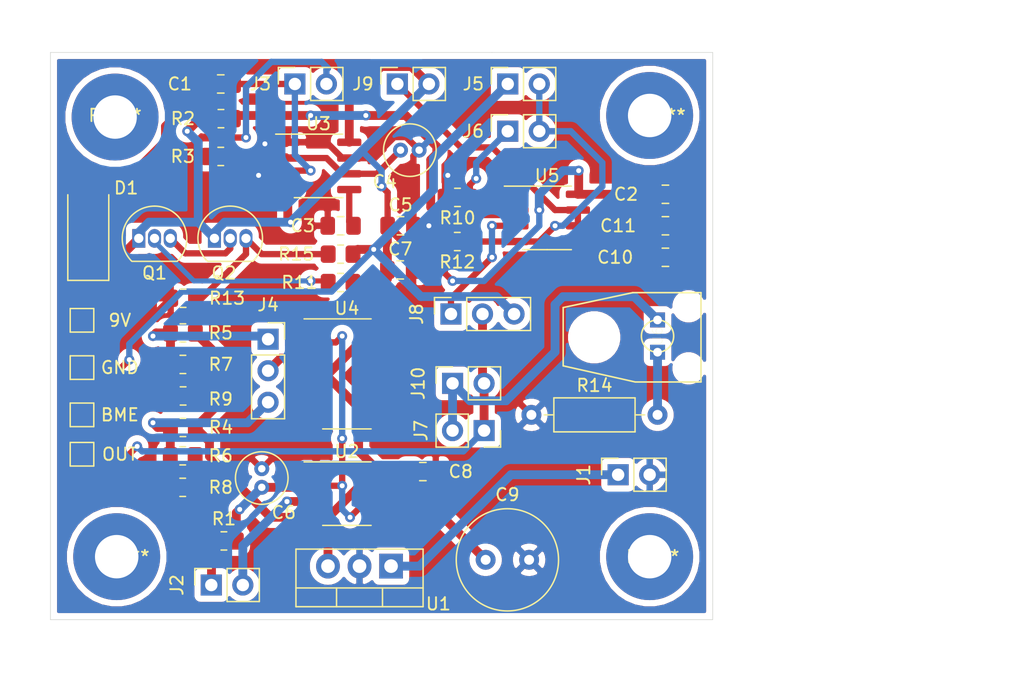
<source format=kicad_pcb>
(kicad_pcb (version 20171130) (host pcbnew "(5.1.9)-1")
  (layers (0 F.Cu signal) (31 B.Cu signal) (34 B.Paste user) (35 F.Paste user) (36 B.SilkS user) (37 F.SilkS user) (38 B.Mask user) (39 F.Mask user) (44 Edge.Cuts user))
  (net 0 "")
  (net 1 +9V)
  (net 2 "Net-(C1-Pad2)")
  (net 3 "Net-(C1-Pad1)")
  (net 4 GND)
  (net 5 "Net-(C3-Pad2)")
  (net 6 "Net-(C4-Pad1)")
  (net 7 "Net-(C6-Pad1)")
  (net 8 "Net-(C10-Pad1)")
  (net 9 "Net-(J1-Pad1)")
  (net 10 "Net-(J2-Pad2)")
  (net 11 "Net-(J2-Pad1)")
  (net 12 "Net-(J3-Pad2)")
  (net 13 "Net-(J4-Pad3)")
  (net 14 "Net-(J4-Pad2)")
  (net 15 "Net-(J4-Pad1)")
  (net 16 "Net-(J5-Pad2)")
  (net 17 BME)
  (net 18 "Net-(J6-Pad1)")
  (net 19 "Net-(J8-Pad1)")
  (net 20 "Net-(Q1-Pad3)")
  (net 21 "Net-(Q1-Pad2)")
  (net 22 "Net-(Q2-Pad3)")
  (net 23 "Net-(R6-Pad1)")
  (net 24 "Net-(R7-Pad2)")
  (net 25 "Net-(R11-Pad1)")
  (net 26 "Net-(R14-Pad2)")
  (net 27 "Net-(U2-Pad7)")
  (net 28 "Net-(U2-Pad5)")
  (net 29 "Net-(C11-Pad2)")
  (net 30 "Net-(J10-Pad1)")
  (net 31 "Net-(J10-Pad2)")
  (module Diode_SMD:D_SMA_Handsoldering (layer F.Cu) (at 175.768 88.9 90)
    (fp_text reference D1 (at 3.048 3.048 180) (layer F.SilkS))
    (fp_text value 1n4007)
    (pad 2 smd rect (at 2.5 0 90) (size 3.5 1.8) (layers F.Cu F.Paste F.Mask) (net 3 "Net-(C1-Pad1)"))
    (pad 1 smd rect (at -2.5 0 90) (size 3.5 1.8) (layers F.Cu F.Paste F.Mask) (net 1 +9V))
  )
  (module TestPoint:TestPoint_Pad_1.5x1.5mm (layer F.Cu) (at 175.26 107.315)
    (fp_text reference OUT (at 3.048 0) (layer F.SilkS))
    (fp_text value OUT)
    (pad 1 smd rect (at 0 0) (size 1.5 1.5) (layers F.Cu F.Mask) (net 31 "Net-(J10-Pad2)"))
  )
  (module TestPoint:TestPoint_Pad_1.5x1.5mm (layer F.Cu) (at 175.26 104.14)
    (fp_text reference BME (at 3.048 0) (layer F.SilkS))
    (fp_text value BME)
    (pad 1 smd rect (at 0 0) (size 1.5 1.5) (layers F.Cu F.Mask) (net 17 BME))
  )
  (module TestPoint:TestPoint_Pad_1.5x1.5mm (layer F.Cu) (at 175.26 96.52)
    (fp_text reference 9V (at 3.048 0) (layer F.SilkS))
    (fp_text value 9V)
    (pad 1 smd rect (at 0 0) (size 1.5 1.5) (layers F.Cu F.Mask) (net 1 +9V))
  )
  (module TestPoint:TestPoint_Pad_1.5x1.5mm (layer F.Cu) (at 175.26 100.33)
    (fp_text reference GND (at 3.048 0) (layer F.SilkS))
    (fp_text value GND)
    (pad 1 smd rect (at 0 0) (size 1.5 1.5) (layers F.Cu F.Mask) (net 4 GND))
  )
  (module Connector_PinSocket_2.54mm:PinSocket_1x02_P2.54mm_Vertical (layer F.Cu) (at 185.674 117.856 90)
    (fp_text reference J2 (at 0 -2.77 90) (layer F.SilkS))
    (fp_text value 100k)
    (pad 2 thru_hole oval (at 0 2.54 90) (size 1.7 1.7) (drill 1) (layers *.Cu *.Mask) (net 10 "Net-(J2-Pad2)"))
    (pad 1 thru_hole rect (at 0 0 90) (size 1.7 1.7) (drill 1) (layers *.Cu *.Mask) (net 11 "Net-(J2-Pad1)"))
  )
  (module MountingHole:MountingHole_3.5mm_Pad (layer F.Cu) (at 220.98 115.57)
    (fp_text reference REF** (at 0.254 0) (layer F.SilkS))
    (fp_text value MountingHole_3.5mm_Pad)
    (pad 1 thru_hole circle (at 0 0) (size 7 7) (drill 3.5) (layers *.Cu *.Mask))
  )
  (module MountingHole:MountingHole_3.5mm_Pad (layer F.Cu) (at 178.054 115.57)
    (fp_text reference REF** (at 0.508 0) (layer F.SilkS))
    (fp_text value MountingHole_3.5mm_Pad)
    (pad 1 thru_hole circle (at 0 0) (size 7 7) (drill 3.5) (layers *.Cu *.Mask))
  )
  (module Connector_PinSocket_2.54mm:PinSocket_1x02_P2.54mm_Vertical (layer F.Cu) (at 192.405 77.47 90)
    (fp_text reference J3 (at 0 -2.77 180) (layer F.SilkS))
    (fp_text value 50k)
    (pad 2 thru_hole oval (at 0 2.54 90) (size 1.7 1.7) (drill 1) (layers *.Cu *.Mask) (net 12 "Net-(J3-Pad2)"))
    (pad 1 thru_hole rect (at 0 0 90) (size 1.7 1.7) (drill 1) (layers *.Cu *.Mask) (net 2 "Net-(C1-Pad2)"))
  )
  (module MountingHole:MountingHole_3.5mm_Pad (layer F.Cu) (at 177.927 80.137)
    (fp_text reference REF** (at 0 -0.127) (layer F.SilkS))
    (fp_text value MountingHole_3.5mm_Pad)
    (pad 1 thru_hole circle (at 0 0) (size 7 7) (drill 3.5) (layers *.Cu *.Mask))
  )
  (module MountingHole:MountingHole_3.5mm_Pad (layer F.Cu) (at 220.98 80.01)
    (fp_text reference REF** (at 0.762 0) (layer F.SilkS))
    (fp_text value MountingHole_3.5mm_Pad)
    (pad 1 thru_hole circle (at 0 0) (size 7 7) (drill 3.5) (layers *.Cu *.Mask))
  )
  (module myfootprints:OPTO-TRANSMITTER (layer F.Cu) (at 221.615 97.79 270)
    (fp_text reference U6 (at 0 0 90) (layer F.SilkS) (effects (font (size 0.787402 0.787402) (thickness 0.015))))
    (fp_text value IFE91A)
    (pad None np_thru_hole circle (at 0.1 5.1 270) (size 3.2 3.2) (drill 3.2) (layers *.Cu *.Mask))
    (pad None np_thru_hole circle (at 2.6 -2.5 270) (size 1.6 1.6) (drill 1.6) (layers *.Cu *.Mask))
    (pad None np_thru_hole circle (at -2.4 -2.5 270) (size 1.6 1.6) (drill 1.6) (layers *.Cu *.Mask))
    (pad P$1 thru_hole rect (at 1.3 0 270) (size 1.208 1.208) (drill 0.7) (layers *.Cu *.Mask) (net 26 "Net-(R14-Pad2)"))
    (pad P$2 thru_hole rect (at -1.3 0 270) (size 1.208 1.208) (drill 0.7) (layers *.Cu *.Mask) (net 30 "Net-(J10-Pad1)"))
  )
  (module Package_SO:SOIC-8_3.9x4.9mm_P1.27mm (layer F.Cu) (at 212.725 88.265)
    (fp_text reference U5 (at 0 -3.4) (layer F.SilkS))
    (fp_text value NE555D)
    (pad 8 smd roundrect (at 2.475 -1.905) (size 1.95 0.6) (layers F.Cu F.Paste F.Mask) (net 1 +9V))
    (pad 7 smd roundrect (at 2.475 -0.635) (size 1.95 0.6) (layers F.Cu F.Paste F.Mask) (net 29 "Net-(C11-Pad2)"))
    (pad 6 smd roundrect (at 2.475 0.635) (size 1.95 0.6) (layers F.Cu F.Paste F.Mask) (net 29 "Net-(C11-Pad2)"))
    (pad 5 smd roundrect (at 2.475 1.905) (size 1.95 0.6) (layers F.Cu F.Paste F.Mask) (net 8 "Net-(C10-Pad1)"))
    (pad 4 smd roundrect (at -2.475 1.905) (size 1.95 0.6) (layers F.Cu F.Paste F.Mask) (net 16 "Net-(J5-Pad2)"))
    (pad 3 smd roundrect (at -2.475 0.635) (size 1.95 0.6) (layers F.Cu F.Paste F.Mask) (net 19 "Net-(J8-Pad1)"))
    (pad 2 smd roundrect (at -2.475 -0.635) (size 1.95 0.6) (layers F.Cu F.Paste F.Mask) (net 3 "Net-(C1-Pad1)"))
    (pad 1 smd roundrect (at -2.475 -1.905) (size 1.95 0.6) (layers F.Cu F.Paste F.Mask) (net 4 GND))
  )
  (module Package_SO:SOIC-14_3.9x8.7mm_P1.27mm (layer F.Cu) (at 196.596 100.838)
    (fp_text reference U4 (at 0 -5.28) (layer F.SilkS))
    (fp_text value LM324)
    (pad 14 smd roundrect (at 2.475 -3.81) (size 1.95 0.6) (layers F.Cu F.Paste F.Mask))
    (pad 13 smd roundrect (at 2.475 -2.54) (size 1.95 0.6) (layers F.Cu F.Paste F.Mask))
    (pad 12 smd roundrect (at 2.475 -1.27) (size 1.95 0.6) (layers F.Cu F.Paste F.Mask))
    (pad 11 smd roundrect (at 2.475 0) (size 1.95 0.6) (layers F.Cu F.Paste F.Mask) (net 4 GND))
    (pad 10 smd roundrect (at 2.475 1.27) (size 1.95 0.6) (layers F.Cu F.Paste F.Mask))
    (pad 9 smd roundrect (at 2.475 2.54) (size 1.95 0.6) (layers F.Cu F.Paste F.Mask))
    (pad 8 smd roundrect (at 2.475 3.81) (size 1.95 0.6) (layers F.Cu F.Paste F.Mask))
    (pad 7 smd roundrect (at -2.475 3.81) (size 1.95 0.6) (layers F.Cu F.Paste F.Mask))
    (pad 6 smd roundrect (at -2.475 2.54) (size 1.95 0.6) (layers F.Cu F.Paste F.Mask))
    (pad 5 smd roundrect (at -2.475 1.27) (size 1.95 0.6) (layers F.Cu F.Paste F.Mask))
    (pad 4 smd roundrect (at -2.475 0) (size 1.95 0.6) (layers F.Cu F.Paste F.Mask) (net 1 +9V))
    (pad 3 smd roundrect (at -2.475 -1.27) (size 1.95 0.6) (layers F.Cu F.Paste F.Mask) (net 14 "Net-(J4-Pad2)"))
    (pad 2 smd roundrect (at -2.475 -2.54) (size 1.95 0.6) (layers F.Cu F.Paste F.Mask) (net 7 "Net-(C6-Pad1)"))
    (pad 1 smd roundrect (at -2.475 -3.81) (size 1.95 0.6) (layers F.Cu F.Paste F.Mask) (net 25 "Net-(R11-Pad1)"))
  )
  (module Package_SO:SOIC-8_3.9x4.9mm_P1.27mm (layer F.Cu) (at 194.31 84.074)
    (fp_text reference U3 (at 0 -3.4) (layer F.SilkS))
    (fp_text value NE555D)
    (pad 8 smd roundrect (at 2.475 -1.905) (size 1.95 0.6) (layers F.Cu F.Paste F.Mask) (net 1 +9V))
    (pad 7 smd roundrect (at 2.475 -0.635) (size 1.95 0.6) (layers F.Cu F.Paste F.Mask) (net 4 GND))
    (pad 6 smd roundrect (at 2.475 0.635) (size 1.95 0.6) (layers F.Cu F.Paste F.Mask) (net 6 "Net-(C4-Pad1)"))
    (pad 5 smd roundrect (at 2.475 1.905) (size 1.95 0.6) (layers F.Cu F.Paste F.Mask) (net 5 "Net-(C3-Pad2)"))
    (pad 4 smd roundrect (at -2.475 1.905) (size 1.95 0.6) (layers F.Cu F.Paste F.Mask) (net 1 +9V))
    (pad 3 smd roundrect (at -2.475 0.635) (size 1.95 0.6) (layers F.Cu F.Paste F.Mask) (net 2 "Net-(C1-Pad2)"))
    (pad 2 smd roundrect (at -2.475 -0.635) (size 1.95 0.6) (layers F.Cu F.Paste F.Mask) (net 6 "Net-(C4-Pad1)"))
    (pad 1 smd roundrect (at -2.475 -1.905) (size 1.95 0.6) (layers F.Cu F.Paste F.Mask) (net 4 GND))
  )
  (module Package_SO:SOIC-8_3.9x4.9mm_P1.27mm (layer F.Cu) (at 196.596 110.49)
    (fp_text reference U2 (at 0 -3.4) (layer F.SilkS))
    (fp_text value NE555D)
    (pad 8 smd roundrect (at 2.475 -1.905) (size 1.95 0.6) (layers F.Cu F.Paste F.Mask) (net 1 +9V))
    (pad 7 smd roundrect (at 2.475 -0.635) (size 1.95 0.6) (layers F.Cu F.Paste F.Mask) (net 27 "Net-(U2-Pad7)"))
    (pad 6 smd roundrect (at 2.475 0.635) (size 1.95 0.6) (layers F.Cu F.Paste F.Mask) (net 7 "Net-(C6-Pad1)"))
    (pad 5 smd roundrect (at 2.475 1.905) (size 1.95 0.6) (layers F.Cu F.Paste F.Mask) (net 28 "Net-(U2-Pad5)"))
    (pad 4 smd roundrect (at -2.475 1.905) (size 1.95 0.6) (layers F.Cu F.Paste F.Mask) (net 1 +9V))
    (pad 3 smd roundrect (at -2.475 0.635) (size 1.95 0.6) (layers F.Cu F.Paste F.Mask) (net 10 "Net-(J2-Pad2)"))
    (pad 2 smd roundrect (at -2.475 -0.635) (size 1.95 0.6) (layers F.Cu F.Paste F.Mask) (net 7 "Net-(C6-Pad1)"))
    (pad 1 smd roundrect (at -2.475 -1.905) (size 1.95 0.6) (layers F.Cu F.Paste F.Mask) (net 4 GND))
  )
  (module Package_TO_SOT_THT:TO-220-3_Vertical (layer F.Cu) (at 200.152 116.332 180)
    (fp_text reference U1 (at -3.81 -3.048) (layer F.SilkS))
    (fp_text value LM7809_TO220)
    (pad 3 thru_hole oval (at 5.08 0 180) (size 1.905 2) (drill 1.1) (layers *.Cu *.Mask) (net 1 +9V))
    (pad 2 thru_hole oval (at 2.54 0 180) (size 1.905 2) (drill 1.1) (layers *.Cu *.Mask) (net 4 GND))
    (pad 1 thru_hole rect (at 0 0 180) (size 1.905 2) (drill 1.1) (layers *.Cu *.Mask) (net 9 "Net-(J1-Pad1)"))
  )
  (module Resistor_SMD:R_0805_2012Metric_Pad1.20x1.40mm_HandSolder (layer F.Cu) (at 196.088 91.186)
    (fp_text reference R15 (at -3.572 0) (layer F.SilkS))
    (fp_text value 1k)
    (pad 2 smd roundrect (at 1 0) (size 1.2 1.4) (layers F.Cu F.Paste F.Mask) (roundrect_rratio 0.2083325) (net 17 BME))
    (pad 1 smd roundrect (at -1 0) (size 1.2 1.4) (layers F.Cu F.Paste F.Mask) (roundrect_rratio 0.2083325) (net 22 "Net-(Q2-Pad3)"))
  )
  (module Resistor_THT:R_Axial_DIN0207_L6.3mm_D2.5mm_P10.16mm_Horizontal (layer F.Cu) (at 211.455 104.14)
    (fp_text reference R14 (at 5.08 -2.37) (layer F.SilkS))
    (fp_text value R)
    (pad 2 thru_hole oval (at 10.16 0) (size 1.6 1.6) (drill 0.8) (layers *.Cu *.Mask) (net 26 "Net-(R14-Pad2)"))
    (pad 1 thru_hole circle (at 0 0) (size 1.6 1.6) (drill 0.8) (layers *.Cu *.Mask) (net 4 GND))
  )
  (module Resistor_SMD:R_0805_2012Metric_Pad1.20x1.40mm_HandSolder (layer F.Cu) (at 183.404 94.742)
    (fp_text reference R13 (at 3.54 0) (layer F.SilkS))
    (fp_text value 22k)
    (pad 2 smd roundrect (at 1 0) (size 1.2 1.4) (layers F.Cu F.Paste F.Mask) (roundrect_rratio 0.2083325) (net 22 "Net-(Q2-Pad3)"))
    (pad 1 smd roundrect (at -1 0) (size 1.2 1.4) (layers F.Cu F.Paste F.Mask) (roundrect_rratio 0.2083325) (net 4 GND))
  )
  (module Resistor_SMD:R_0805_2012Metric_Pad1.20x1.40mm_HandSolder (layer F.Cu) (at 205.486 90.17 180)
    (fp_text reference R12 (at 0 -1.65) (layer F.SilkS))
    (fp_text value 100k)
    (pad 2 smd roundrect (at 1 0 180) (size 1.2 1.4) (layers F.Cu F.Paste F.Mask) (roundrect_rratio 0.2083325) (net 1 +9V))
    (pad 1 smd roundrect (at -1 0 180) (size 1.2 1.4) (layers F.Cu F.Paste F.Mask) (roundrect_rratio 0.2083325) (net 16 "Net-(J5-Pad2)"))
  )
  (module Resistor_SMD:R_0805_2012Metric_Pad1.20x1.40mm_HandSolder (layer F.Cu) (at 196.088 93.472 180)
    (fp_text reference R11 (at 3.318 0) (layer F.SilkS))
    (fp_text value 100R)
    (pad 2 smd roundrect (at 1 0 180) (size 1.2 1.4) (layers F.Cu F.Paste F.Mask) (roundrect_rratio 0.2083325) (net 21 "Net-(Q1-Pad2)"))
    (pad 1 smd roundrect (at -1 0 180) (size 1.2 1.4) (layers F.Cu F.Paste F.Mask) (roundrect_rratio 0.2083325) (net 25 "Net-(R11-Pad1)"))
  )
  (module Resistor_SMD:R_0805_2012Metric_Pad1.20x1.40mm_HandSolder (layer F.Cu) (at 205.502 86.614 180)
    (fp_text reference R10 (at 0 -1.65) (layer F.SilkS))
    (fp_text value 1k)
    (pad 2 smd roundrect (at 1 0 180) (size 1.2 1.4) (layers F.Cu F.Paste F.Mask) (roundrect_rratio 0.2083325) (net 4 GND))
    (pad 1 smd roundrect (at -1 0 180) (size 1.2 1.4) (layers F.Cu F.Paste F.Mask) (roundrect_rratio 0.2083325) (net 18 "Net-(J6-Pad1)"))
  )
  (module Resistor_SMD:R_0805_2012Metric_Pad1.20x1.40mm_HandSolder (layer F.Cu) (at 183.404 102.616)
    (fp_text reference R9 (at 3.032 0.254) (layer F.SilkS))
    (fp_text value 100R)
    (pad 2 smd roundrect (at 1 0) (size 1.2 1.4) (layers F.Cu F.Paste F.Mask) (roundrect_rratio 0.2083325) (net 24 "Net-(R7-Pad2)"))
    (pad 1 smd roundrect (at -1 0) (size 1.2 1.4) (layers F.Cu F.Paste F.Mask) (roundrect_rratio 0.2083325) (net 4 GND))
  )
  (module Resistor_SMD:R_0805_2012Metric_Pad1.20x1.40mm_HandSolder (layer F.Cu) (at 183.372 109.982 180)
    (fp_text reference R8 (at -3.064 0) (layer F.SilkS))
    (fp_text value 1k)
    (pad 2 smd roundrect (at 1 0 180) (size 1.2 1.4) (layers F.Cu F.Paste F.Mask) (roundrect_rratio 0.2083325) (net 4 GND))
    (pad 1 smd roundrect (at -1 0 180) (size 1.2 1.4) (layers F.Cu F.Paste F.Mask) (roundrect_rratio 0.2083325) (net 23 "Net-(R6-Pad1)"))
  )
  (module Resistor_SMD:R_0805_2012Metric_Pad1.20x1.40mm_HandSolder (layer F.Cu) (at 183.388 100.076)
    (fp_text reference R7 (at 3.048 0) (layer F.SilkS))
    (fp_text value 1k)
    (pad 2 smd roundrect (at 1 0) (size 1.2 1.4) (layers F.Cu F.Paste F.Mask) (roundrect_rratio 0.2083325) (net 24 "Net-(R7-Pad2)"))
    (pad 1 smd roundrect (at -1 0) (size 1.2 1.4) (layers F.Cu F.Paste F.Mask) (roundrect_rratio 0.2083325) (net 15 "Net-(J4-Pad1)"))
  )
  (module Resistor_SMD:R_0805_2012Metric_Pad1.20x1.40mm_HandSolder (layer F.Cu) (at 183.372 107.442 180)
    (fp_text reference R6 (at -3.064 0) (layer F.SilkS))
    (fp_text value 1k)
    (pad 2 smd roundrect (at 1 0 180) (size 1.2 1.4) (layers F.Cu F.Paste F.Mask) (roundrect_rratio 0.2083325) (net 13 "Net-(J4-Pad3)"))
    (pad 1 smd roundrect (at -1 0 180) (size 1.2 1.4) (layers F.Cu F.Paste F.Mask) (roundrect_rratio 0.2083325) (net 23 "Net-(R6-Pad1)"))
  )
  (module Resistor_SMD:R_0805_2012Metric_Pad1.20x1.40mm_HandSolder (layer F.Cu) (at 183.388 97.536)
    (fp_text reference R5 (at 3.048 0) (layer F.SilkS))
    (fp_text value 2.2k)
    (pad 2 smd roundrect (at 1 0) (size 1.2 1.4) (layers F.Cu F.Paste F.Mask) (roundrect_rratio 0.2083325) (net 1 +9V))
    (pad 1 smd roundrect (at -1 0) (size 1.2 1.4) (layers F.Cu F.Paste F.Mask) (roundrect_rratio 0.2083325) (net 15 "Net-(J4-Pad1)"))
  )
  (module Resistor_SMD:R_0805_2012Metric_Pad1.20x1.40mm_HandSolder (layer F.Cu) (at 183.388 105.156 180)
    (fp_text reference R4 (at -3.064 0) (layer F.SilkS))
    (fp_text value 3.3k)
    (pad 2 smd roundrect (at 1 0 180) (size 1.2 1.4) (layers F.Cu F.Paste F.Mask) (roundrect_rratio 0.2083325) (net 13 "Net-(J4-Pad3)"))
    (pad 1 smd roundrect (at -1 0 180) (size 1.2 1.4) (layers F.Cu F.Paste F.Mask) (roundrect_rratio 0.2083325) (net 1 +9V))
  )
  (module Resistor_SMD:R_0805_2012Metric_Pad1.20x1.40mm_HandSolder (layer F.Cu) (at 186.436 83.312)
    (fp_text reference R3 (at -3.064 0) (layer F.SilkS))
    (fp_text value 6.8k)
    (pad 2 smd roundrect (at 1 0) (size 1.2 1.4) (layers F.Cu F.Paste F.Mask) (roundrect_rratio 0.2083325) (net 6 "Net-(C4-Pad1)"))
    (pad 1 smd roundrect (at -1 0) (size 1.2 1.4) (layers F.Cu F.Paste F.Mask) (roundrect_rratio 0.2083325) (net 12 "Net-(J3-Pad2)"))
  )
  (module Resistor_SMD:R_0805_2012Metric_Pad1.20x1.40mm_HandSolder (layer F.Cu) (at 186.452 80.264)
    (fp_text reference R2 (at -3.064 0) (layer F.SilkS))
    (fp_text value 1k)
    (pad 2 smd roundrect (at 1 0) (size 1.2 1.4) (layers F.Cu F.Paste F.Mask) (roundrect_rratio 0.2083325) (net 3 "Net-(C1-Pad1)"))
    (pad 1 smd roundrect (at -1 0) (size 1.2 1.4) (layers F.Cu F.Paste F.Mask) (roundrect_rratio 0.2083325) (net 1 +9V))
  )
  (module Resistor_SMD:R_0805_2012Metric_Pad1.20x1.40mm_HandSolder (layer F.Cu) (at 186.69 114.3 180)
    (fp_text reference R1 (at 0 1.778) (layer F.SilkS))
    (fp_text value 4.7k)
    (pad 2 smd roundrect (at 1 0 180) (size 1.2 1.4) (layers F.Cu F.Paste F.Mask) (roundrect_rratio 0.2083325) (net 11 "Net-(J2-Pad1)"))
    (pad 1 smd roundrect (at -1 0 180) (size 1.2 1.4) (layers F.Cu F.Paste F.Mask) (roundrect_rratio 0.2083325) (net 7 "Net-(C6-Pad1)"))
  )
  (module Package_TO_SOT_THT:TO-92_Inline (layer F.Cu) (at 185.928 89.916)
    (fp_text reference Q2 (at 0.762 2.794) (layer F.SilkS))
    (fp_text value BC337)
    (pad 1 thru_hole rect (at 0 0) (size 1.05 1.5) (drill 0.75) (layers *.Cu *.Mask) (net 1 +9V))
    (pad 3 thru_hole oval (at 2.54 0) (size 1.05 1.5) (drill 0.75) (layers *.Cu *.Mask) (net 22 "Net-(Q2-Pad3)"))
    (pad 2 thru_hole oval (at 1.27 0) (size 1.05 1.5) (drill 0.75) (layers *.Cu *.Mask) (net 20 "Net-(Q1-Pad3)"))
  )
  (module Package_TO_SOT_THT:TO-92_Inline (layer F.Cu) (at 179.832 89.916)
    (fp_text reference Q1 (at 1.27 2.794) (layer F.SilkS))
    (fp_text value BC337)
    (pad 1 thru_hole rect (at 0 0) (size 1.05 1.5) (drill 0.75) (layers *.Cu *.Mask) (net 1 +9V))
    (pad 3 thru_hole oval (at 2.54 0) (size 1.05 1.5) (drill 0.75) (layers *.Cu *.Mask) (net 20 "Net-(Q1-Pad3)"))
    (pad 2 thru_hole oval (at 1.27 0) (size 1.05 1.5) (drill 0.75) (layers *.Cu *.Mask) (net 21 "Net-(Q1-Pad2)"))
  )
  (module Connector_PinSocket_2.54mm:PinSocket_1x02_P2.54mm_Vertical (layer F.Cu) (at 205.105 101.6 90)
    (fp_text reference J10 (at 0 -2.77 90) (layer F.SilkS))
    (fp_text value BUTTON)
    (pad 2 thru_hole oval (at 0 2.54 90) (size 1.7 1.7) (drill 1) (layers *.Cu *.Mask) (net 31 "Net-(J10-Pad2)"))
    (pad 1 thru_hole rect (at 0 0 90) (size 1.7 1.7) (drill 1) (layers *.Cu *.Mask) (net 30 "Net-(J10-Pad1)"))
  )
  (module Connector_PinSocket_2.54mm:PinSocket_1x03_P2.54mm_Vertical (layer F.Cu) (at 204.978 96.012 90)
    (fp_text reference J8 (at 0 -2.77 90) (layer F.SilkS))
    (fp_text value SW)
    (pad 3 thru_hole oval (at 0 5.08 90) (size 1.7 1.7) (drill 1) (layers *.Cu *.Mask) (net 17 BME))
    (pad 2 thru_hole oval (at 0 2.54 90) (size 1.7 1.7) (drill 1) (layers *.Cu *.Mask) (net 31 "Net-(J10-Pad2)"))
    (pad 1 thru_hole rect (at 0 0 90) (size 1.7 1.7) (drill 1) (layers *.Cu *.Mask) (net 19 "Net-(J8-Pad1)"))
  )
  (module Connector_PinSocket_2.54mm:PinSocket_1x02_P2.54mm_Vertical (layer F.Cu) (at 207.645 105.41 270)
    (fp_text reference J7 (at 0 5.08 90) (layer F.SilkS))
    (fp_text value SW)
    (pad 2 thru_hole oval (at 0 2.54 270) (size 1.7 1.7) (drill 1) (layers *.Cu *.Mask) (net 30 "Net-(J10-Pad1)"))
    (pad 1 thru_hole rect (at 0 0 270) (size 1.7 1.7) (drill 1) (layers *.Cu *.Mask) (net 31 "Net-(J10-Pad2)"))
  )
  (module Connector_PinSocket_2.54mm:PinSocket_1x02_P2.54mm_Vertical (layer F.Cu) (at 209.55 81.28 90)
    (fp_text reference J6 (at 0 -2.77 180) (layer F.SilkS))
    (fp_text value Conn_01x02_Male)
    (pad 2 thru_hole oval (at 0 2.54 90) (size 1.7 1.7) (drill 1) (layers *.Cu *.Mask) (net 16 "Net-(J5-Pad2)"))
    (pad 1 thru_hole rect (at 0 0 90) (size 1.7 1.7) (drill 1) (layers *.Cu *.Mask) (net 18 "Net-(J6-Pad1)"))
  )
  (module Connector_PinSocket_2.54mm:PinSocket_1x02_P2.54mm_Vertical (layer F.Cu) (at 209.55 77.47 90)
    (fp_text reference J5 (at 0 -2.77 180) (layer F.SilkS))
    (fp_text value Conn_01x02_Male)
    (pad 2 thru_hole oval (at 0 2.54 90) (size 1.7 1.7) (drill 1) (layers *.Cu *.Mask) (net 16 "Net-(J5-Pad2)"))
    (pad 1 thru_hole rect (at 0 0 90) (size 1.7 1.7) (drill 1) (layers *.Cu *.Mask) (net 17 BME))
  )
  (module Connector_PinSocket_2.54mm:PinSocket_1x03_P2.54mm_Vertical (layer F.Cu) (at 190.246 98.044)
    (fp_text reference J4 (at 0 -2.77) (layer F.SilkS))
    (fp_text value Conn_01x03_Male)
    (pad 3 thru_hole oval (at 0 5.08) (size 1.7 1.7) (drill 1) (layers *.Cu *.Mask) (net 13 "Net-(J4-Pad3)"))
    (pad 2 thru_hole oval (at 0 2.54) (size 1.7 1.7) (drill 1) (layers *.Cu *.Mask) (net 14 "Net-(J4-Pad2)"))
    (pad 1 thru_hole rect (at 0 0) (size 1.7 1.7) (drill 1) (layers *.Cu *.Mask) (net 15 "Net-(J4-Pad1)"))
  )
  (module Connector_PinSocket_2.54mm:PinSocket_1x02_P2.54mm_Vertical (layer F.Cu) (at 218.44 108.966 90)
    (fp_text reference J1 (at 0 -2.77 90) (layer F.SilkS))
    (fp_text value POWER)
    (pad 2 thru_hole oval (at 0 2.54 90) (size 1.7 1.7) (drill 1) (layers *.Cu *.Mask) (net 4 GND))
    (pad 1 thru_hole rect (at 0 0 90) (size 1.7 1.7) (drill 1) (layers *.Cu *.Mask) (net 9 "Net-(J1-Pad1)"))
  )
  (module Capacitor_SMD:C_0805_2012Metric_Pad1.18x1.45mm_HandSolder (layer F.Cu) (at 222.25 88.9 180)
    (fp_text reference C11 (at 3.81 0) (layer F.SilkS))
    (fp_text value 47nF)
    (pad 2 smd roundrect (at 1.0375 0 180) (size 1.175 1.45) (layers F.Cu F.Paste F.Mask) (roundrect_rratio 0.2127659574468085) (net 29 "Net-(C11-Pad2)"))
    (pad 1 smd roundrect (at -1.0375 0 180) (size 1.175 1.45) (layers F.Cu F.Paste F.Mask) (roundrect_rratio 0.2127659574468085) (net 4 GND))
  )
  (module Capacitor_SMD:C_0805_2012Metric_Pad1.18x1.45mm_HandSolder (layer F.Cu) (at 222.25 91.44)
    (fp_text reference C10 (at -4.0425 0) (layer F.SilkS))
    (fp_text value 100nF)
    (pad 2 smd roundrect (at 1.0375 0) (size 1.175 1.45) (layers F.Cu F.Paste F.Mask) (roundrect_rratio 0.2127659574468085) (net 4 GND))
    (pad 1 smd roundrect (at -1.0375 0) (size 1.175 1.45) (layers F.Cu F.Paste F.Mask) (roundrect_rratio 0.2127659574468085) (net 8 "Net-(C10-Pad1)"))
  )
  (module Capacitor_THT:C_Radial_D8.0mm_H11.5mm_P3.50mm (layer F.Cu) (at 207.772 115.824)
    (fp_text reference C9 (at 1.75 -5.25) (layer F.SilkS))
    (fp_text value 100uF)
    (pad 2 thru_hole circle (at 3.5 0) (size 1.6 1.6) (drill 0.8) (layers *.Cu *.Mask) (net 4 GND))
    (pad 1 thru_hole circle (at 0 0) (size 1.6 1.6) (drill 0.8) (layers *.Cu *.Mask) (net 1 +9V))
  )
  (module Capacitor_SMD:C_0805_2012Metric_Pad1.18x1.45mm_HandSolder (layer F.Cu) (at 202.7135 108.712)
    (fp_text reference C8 (at 3.048 0) (layer F.SilkS))
    (fp_text value 100nF)
    (pad 2 smd roundrect (at 1.0375 0) (size 1.175 1.45) (layers F.Cu F.Paste F.Mask) (roundrect_rratio 0.2127659574468085) (net 4 GND))
    (pad 1 smd roundrect (at -1.0375 0) (size 1.175 1.45) (layers F.Cu F.Paste F.Mask) (roundrect_rratio 0.2127659574468085) (net 1 +9V))
  )
  (module Capacitor_SMD:C_0805_2012Metric_Pad1.18x1.45mm_HandSolder (layer F.Cu) (at 200.8925 92.456)
    (fp_text reference C7 (at 0 -1.68) (layer F.SilkS))
    (fp_text value 100nF)
    (pad 2 smd roundrect (at 1.0375 0) (size 1.175 1.45) (layers F.Cu F.Paste F.Mask) (roundrect_rratio 0.2127659574468085) (net 4 GND))
    (pad 1 smd roundrect (at -1.0375 0) (size 1.175 1.45) (layers F.Cu F.Paste F.Mask) (roundrect_rratio 0.2127659574468085) (net 1 +9V))
  )
  (module Capacitor_THT:C_Radial_D4.0mm_H7.0mm_P1.50mm (layer F.Cu) (at 189.738 109.982 90)
    (fp_text reference C6 (at -2.032 1.778 180) (layer F.SilkS))
    (fp_text value 33uF)
    (pad 2 thru_hole circle (at 1.5 0 90) (size 1.2 1.2) (drill 0.6) (layers *.Cu *.Mask) (net 4 GND))
    (pad 1 thru_hole circle (at 0 0 90) (size 1.2 1.2) (drill 0.6) (layers *.Cu *.Mask) (net 7 "Net-(C6-Pad1)"))
  )
  (module Capacitor_SMD:C_0805_2012Metric_Pad1.18x1.45mm_HandSolder (layer F.Cu) (at 200.914 88.9)
    (fp_text reference C5 (at 0 -1.68) (layer F.SilkS))
    (fp_text value 100nF)
    (pad 2 smd roundrect (at 1.0375 0) (size 1.175 1.45) (layers F.Cu F.Paste F.Mask) (roundrect_rratio 0.2127659574468085) (net 4 GND))
    (pad 1 smd roundrect (at -1.0375 0) (size 1.175 1.45) (layers F.Cu F.Paste F.Mask) (roundrect_rratio 0.2127659574468085) (net 1 +9V))
  )
  (module Capacitor_THT:C_Radial_D4.0mm_H7.0mm_P1.50mm (layer F.Cu) (at 200.914 82.804)
    (fp_text reference C4 (at -1.27 2.54) (layer F.SilkS))
    (fp_text value 1uF)
    (pad 2 thru_hole circle (at 1.5 0) (size 1.2 1.2) (drill 0.6) (layers *.Cu *.Mask) (net 4 GND))
    (pad 1 thru_hole circle (at 0 0) (size 1.2 1.2) (drill 0.6) (layers *.Cu *.Mask) (net 6 "Net-(C4-Pad1)"))
  )
  (module Capacitor_SMD:C_0805_2012Metric_Pad1.18x1.45mm_HandSolder (layer F.Cu) (at 196.088 88.9)
    (fp_text reference C3 (at -3.048 0) (layer F.SilkS))
    (fp_text value 10nF)
    (pad 2 smd roundrect (at 1.0375 0) (size 1.175 1.45) (layers F.Cu F.Paste F.Mask) (roundrect_rratio 0.2127659574468085) (net 5 "Net-(C3-Pad2)"))
    (pad 1 smd roundrect (at -1.0375 0) (size 1.175 1.45) (layers F.Cu F.Paste F.Mask) (roundrect_rratio 0.2127659574468085) (net 4 GND))
  )
  (module Capacitor_SMD:C_0805_2012Metric_Pad1.18x1.45mm_HandSolder (layer F.Cu) (at 222.25 86.36)
    (fp_text reference C2 (at -3.175 0) (layer F.SilkS))
    (fp_text value 100nF)
    (pad 2 smd roundrect (at 1.0375 0) (size 1.175 1.45) (layers F.Cu F.Paste F.Mask) (roundrect_rratio 0.2127659574468085) (net 4 GND))
    (pad 1 smd roundrect (at -1.0375 0) (size 1.175 1.45) (layers F.Cu F.Paste F.Mask) (roundrect_rratio 0.2127659574468085) (net 1 +9V))
  )
  (module Capacitor_SMD:C_0805_2012Metric_Pad1.18x1.45mm_HandSolder (layer F.Cu) (at 186.436 77.47)
    (fp_text reference C1 (at -3.302 0) (layer F.SilkS))
    (fp_text value 10nF)
    (pad 2 smd roundrect (at 1.0375 0) (size 1.175 1.45) (layers F.Cu F.Paste F.Mask) (roundrect_rratio 0.2127659574468085) (net 2 "Net-(C1-Pad2)"))
    (pad 1 smd roundrect (at -1.0375 0) (size 1.175 1.45) (layers F.Cu F.Paste F.Mask) (roundrect_rratio 0.2127659574468085) (net 3 "Net-(C1-Pad1)"))
  )
  (module Connector_PinSocket_2.54mm:PinSocket_1x02_P2.54mm_Vertical (layer F.Cu) (at 200.66 77.47 90)
    (fp_text reference J9 (at 0 -2.77 180) (layer F.SilkS))
    (fp_text value 5k)
    (pad 2 thru_hole oval (at 0 2.54 90) (size 1.7 1.7) (drill 1) (layers *.Cu *.Mask) (net 1 +9V))
    (pad 1 thru_hole rect (at 0 0 90) (size 1.7 1.7) (drill 1) (layers *.Cu *.Mask) (net 29 "Net-(C11-Pad2)"))
  )
  (gr_line (start 172.72 120.65) (end 226.06 120.65) (layer Edge.Cuts) (width 0.05))
  (gr_line (start 172.72 74.93) (end 172.72 120.65) (layer Edge.Cuts) (width 0.05))
  (gr_line (start 208.28 74.93) (end 172.72 74.93) (layer Edge.Cuts) (width 0.05))
  (gr_line (start 226.06 109.22) (end 226.06 107.95) (layer Edge.Cuts) (width 0.05))
  (gr_line (start 226.06 119.38) (end 226.06 120.65) (layer Edge.Cuts) (width 0.05))
  (gr_line (start 226.06 109.22) (end 226.06 119.38) (layer Edge.Cuts) (width 0.05))
  (gr_line (start 226.06 107.95) (end 226.06 74.93) (layer Edge.Cuts) (width 0.05))
  (gr_line (start 208.28 74.93) (end 226.06 74.93) (layer Edge.Cuts) (width 0.05))
  (segment (start 199.8765 88.9) (end 199.8765 86.2115) (width 0.508) (layer F.Cu) (net 1))
  (segment (start 199.8765 86.2115) (end 199.39 85.725) (width 0.508) (layer F.Cu) (net 1))
  (segment (start 199.39 85.725) (end 199.39 85.725) (width 0.508) (layer F.Cu) (net 1))
  (via (at 199.39 85.725) (size 0.8) (drill 0.4) (layers F.Cu B.Cu) (net 1))
  (segment (start 195.072 113.346) (end 194.121 112.395) (width 0.7112) (layer F.Cu) (net 1))
  (segment (start 195.072 116.332) (end 195.072 113.346) (width 0.7112) (layer F.Cu) (net 1))
  (segment (start 198.096 108.585) (end 199.071 108.585) (width 0.7112) (layer F.Cu) (net 1))
  (segment (start 197.54039 109.14061) (end 198.096 108.585) (width 0.7112) (layer F.Cu) (net 1))
  (segment (start 197.54039 109.95061) (end 197.54039 109.14061) (width 0.7112) (layer F.Cu) (net 1))
  (segment (start 195.096 112.395) (end 197.54039 109.95061) (width 0.7112) (layer F.Cu) (net 1))
  (segment (start 194.121 112.395) (end 195.096 112.395) (width 0.7112) (layer F.Cu) (net 1))
  (segment (start 201.549 108.585) (end 201.676 108.712) (width 0.7112) (layer F.Cu) (net 1))
  (segment (start 199.071 108.585) (end 201.549 108.585) (width 0.7112) (layer F.Cu) (net 1))
  (segment (start 201.676 109.728) (end 207.772 115.824) (width 0.7112) (layer F.Cu) (net 1))
  (segment (start 201.676 108.712) (end 201.676 109.728) (width 0.7112) (layer F.Cu) (net 1))
  (segment (start 194.823884 100.838) (end 194.121 100.838) (width 0.7112) (layer F.Cu) (net 1))
  (segment (start 197.54039 103.554506) (end 194.823884 100.838) (width 0.7112) (layer F.Cu) (net 1))
  (segment (start 197.54039 107.05439) (end 197.54039 103.554506) (width 0.7112) (layer F.Cu) (net 1))
  (segment (start 199.071 108.585) (end 197.54039 107.05439) (width 0.7112) (layer F.Cu) (net 1))
  (segment (start 199.855 93.181) (end 199.855 92.456) (width 0.7112) (layer F.Cu) (net 1))
  (segment (start 197.54039 95.49561) (end 199.855 93.181) (width 0.7112) (layer F.Cu) (net 1))
  (segment (start 197.54039 98.39361) (end 197.54039 95.49561) (width 0.7112) (layer F.Cu) (net 1))
  (segment (start 195.096 100.838) (end 197.54039 98.39361) (width 0.7112) (layer F.Cu) (net 1))
  (segment (start 194.121 100.838) (end 195.096 100.838) (width 0.7112) (layer F.Cu) (net 1))
  (segment (start 204.486 90.17) (end 204.47 90.17) (width 0.7112) (layer F.Cu) (net 1))
  (segment (start 199.855 88.9215) (end 199.8765 88.9) (width 0.7112) (layer F.Cu) (net 1))
  (segment (start 199.855 92.456) (end 199.855 88.9215) (width 0.7112) (layer F.Cu) (net 1))
  (segment (start 204.47539 90.18061) (end 204.486 90.17) (width 0.7112) (layer F.Cu) (net 1))
  (segment (start 201.15711 90.18061) (end 204.47539 90.18061) (width 0.7112) (layer F.Cu) (net 1))
  (segment (start 199.8765 88.9) (end 201.15711 90.18061) (width 0.7112) (layer F.Cu) (net 1))
  (segment (start 212.09 87.63) (end 212.09 87.63) (width 0.7112) (layer F.Cu) (net 1))
  (via (at 212.09 87.63) (size 0.8) (drill 0.4) (layers F.Cu B.Cu) (net 1))
  (segment (start 212.09 87.63) (end 212.09 86.36) (width 0.7112) (layer B.Cu) (net 1))
  (segment (start 212.09 86.36) (end 213.995 84.455) (width 0.7112) (layer B.Cu) (net 1))
  (segment (start 213.995 84.455) (end 215.265 84.455) (width 0.7112) (layer B.Cu) (net 1))
  (segment (start 215.265 84.455) (end 215.265 84.455) (width 0.7112) (layer B.Cu) (net 1))
  (via (at 215.265 84.455) (size 0.8) (drill 0.4) (layers F.Cu B.Cu) (net 1))
  (segment (start 215.265 86.295) (end 215.2 86.36) (width 0.7112) (layer F.Cu) (net 1))
  (segment (start 215.265 84.455) (end 215.265 86.295) (width 0.7112) (layer F.Cu) (net 1))
  (segment (start 215.2 86.36) (end 221.2125 86.36) (width 0.7112) (layer F.Cu) (net 1))
  (segment (start 185.928 89.432787) (end 185.928 89.916) (width 0.7112) (layer B.Cu) (net 1))
  (segment (start 186.750397 88.61039) (end 185.928 89.432787) (width 0.7112) (layer B.Cu) (net 1))
  (segment (start 192.05961 88.61039) (end 186.750397 88.61039) (width 0.7112) (layer B.Cu) (net 1))
  (segment (start 179.832 89.432787) (end 179.832 89.916) (width 0.7112) (layer B.Cu) (net 1))
  (segment (start 184.62239 88.61039) (end 180.654397 88.61039) (width 0.7112) (layer B.Cu) (net 1))
  (segment (start 180.654397 88.61039) (end 179.832 89.432787) (width 0.7112) (layer B.Cu) (net 1))
  (segment (start 185.928 89.916) (end 184.62239 88.61039) (width 0.7112) (layer B.Cu) (net 1))
  (segment (start 184.388 105.156) (end 186.69 102.854) (width 0.7112) (layer F.Cu) (net 1))
  (segment (start 186.69 99.838) (end 184.388 97.536) (width 0.7112) (layer F.Cu) (net 1))
  (segment (start 186.69 102.854) (end 186.69 99.838) (width 0.7112) (layer F.Cu) (net 1))
  (segment (start 190.44071 112.395) (end 194.121 112.395) (width 0.7112) (layer F.Cu) (net 1))
  (segment (start 185.52761 107.4819) (end 190.44071 112.395) (width 0.7112) (layer F.Cu) (net 1))
  (segment (start 185.52761 106.29561) (end 185.52761 107.4819) (width 0.7112) (layer F.Cu) (net 1))
  (segment (start 184.388 105.156) (end 185.52761 106.29561) (width 0.7112) (layer F.Cu) (net 1))
  (segment (start 204.486 90.17) (end 204.486 92.726) (width 0.508) (layer F.Cu) (net 1))
  (segment (start 204.486 92.726) (end 205.105 93.345) (width 0.508) (layer F.Cu) (net 1))
  (via (at 205.105 93.345) (size 0.8) (drill 0.4) (layers F.Cu B.Cu) (net 1))
  (segment (start 212.09 88.893922) (end 212.09 87.63) (width 0.508) (layer B.Cu) (net 1))
  (segment (start 207.638922 93.345) (end 212.09 88.893922) (width 0.508) (layer B.Cu) (net 1))
  (segment (start 205.105 93.345) (end 207.638922 93.345) (width 0.508) (layer B.Cu) (net 1))
  (segment (start 199.39 84.455) (end 197.8025 82.8675) (width 0.508) (layer B.Cu) (net 1))
  (segment (start 199.39 85.725) (end 199.39 84.455) (width 0.508) (layer B.Cu) (net 1))
  (segment (start 203.2 77.47) (end 197.8025 82.8675) (width 0.7112) (layer B.Cu) (net 1))
  (segment (start 197.8025 82.8675) (end 192.05961 88.61039) (width 0.7112) (layer B.Cu) (net 1))
  (via (at 192.05961 88.61039) (size 0.8) (drill 0.4) (layers F.Cu B.Cu) (net 1))
  (segment (start 191.835 88.38578) (end 192.05961 88.61039) (width 0.7112) (layer F.Cu) (net 1))
  (segment (start 191.835 85.979) (end 191.835 88.38578) (width 0.7112) (layer F.Cu) (net 1))
  (segment (start 201.794399 76.064399) (end 203.2 77.47) (width 0.7112) (layer F.Cu) (net 1))
  (segment (start 199.365519 76.064399) (end 201.794399 76.064399) (width 0.7112) (layer F.Cu) (net 1))
  (segment (start 196.785 78.644918) (end 199.365519 76.064399) (width 0.7112) (layer F.Cu) (net 1))
  (segment (start 196.785 82.169) (end 196.785 78.644918) (width 0.7112) (layer F.Cu) (net 1))
  (via (at 183.734 81.28) (size 0.8) (drill 0.4) (layers F.Cu B.Cu) (net 1))
  (segment (start 184.62239 82.16839) (end 184.62239 88.61039) (width 0.7112) (layer B.Cu) (net 1))
  (segment (start 183.734 81.28) (end 184.62239 82.16839) (width 0.7112) (layer B.Cu) (net 1))
  (segment (start 175.26 91.908) (end 175.768 91.4) (width 0.7112) (layer F.Cu) (net 1))
  (segment (start 175.26 96.52) (end 175.26 91.908) (width 0.7112) (layer F.Cu) (net 1))
  (segment (start 178.348 91.4) (end 179.832 89.916) (width 0.7112) (layer F.Cu) (net 1))
  (segment (start 175.768 91.4) (end 178.348 91.4) (width 0.7112) (layer F.Cu) (net 1))
  (segment (start 184.75 80.264) (end 183.734 81.28) (width 0.7112) (layer F.Cu) (net 1))
  (segment (start 185.452 80.264) (end 184.75 80.264) (width 0.7112) (layer F.Cu) (net 1))
  (segment (start 192.405 77.47) (end 187.4735 77.47) (width 0.508) (layer F.Cu) (net 2))
  (segment (start 192.405 77.47) (end 192.405 83.185) (width 0.508) (layer B.Cu) (net 2))
  (segment (start 192.405 83.185) (end 193.675 84.455) (width 0.508) (layer B.Cu) (net 2))
  (segment (start 193.675 84.455) (end 193.675 84.455) (width 0.508) (layer B.Cu) (net 2))
  (via (at 193.675 84.455) (size 0.8) (drill 0.4) (layers F.Cu B.Cu) (net 2))
  (segment (start 192.089 84.455) (end 191.835 84.709) (width 0.508) (layer F.Cu) (net 2))
  (segment (start 193.675 84.455) (end 192.089 84.455) (width 0.508) (layer F.Cu) (net 2))
  (segment (start 187.452 79.5235) (end 185.3985 77.47) (width 0.508) (layer F.Cu) (net 3))
  (segment (start 187.452 80.264) (end 187.452 79.5235) (width 0.508) (layer F.Cu) (net 3))
  (segment (start 203.835 83.09329) (end 203.835 82.51471) (width 0.7112) (layer F.Cu) (net 3))
  (segment (start 203.34639 83.5819) (end 203.835 83.09329) (width 0.7112) (layer F.Cu) (net 3))
  (segment (start 203.34639 87.397696) (end 203.34639 83.5819) (width 0.7112) (layer F.Cu) (net 3))
  (segment (start 203.878694 87.93) (end 203.34639 87.397696) (width 0.7112) (layer F.Cu) (net 3))
  (segment (start 209.95 87.93) (end 203.878694 87.93) (width 0.7112) (layer F.Cu) (net 3))
  (segment (start 203.835 82.51471) (end 201.33029 80.01) (width 0.7112) (layer F.Cu) (net 3))
  (segment (start 210.25 87.63) (end 209.95 87.93) (width 0.7112) (layer F.Cu) (net 3))
  (via (at 198.12 80.01) (size 0.8) (drill 0.4) (layers F.Cu B.Cu) (net 3))
  (segment (start 201.33029 80.01) (end 198.12 80.01) (width 0.7112) (layer F.Cu) (net 3))
  (segment (start 198.12 80.01) (end 193.675 80.01) (width 0.7112) (layer B.Cu) (net 3))
  (via (at 193.675 80.01) (size 0.8) (drill 0.4) (layers F.Cu B.Cu) (net 3))
  (segment (start 187.706 80.01) (end 187.452 80.264) (width 0.7112) (layer F.Cu) (net 3))
  (segment (start 193.675 80.01) (end 187.706 80.01) (width 0.7112) (layer F.Cu) (net 3))
  (segment (start 181.982601 80.885899) (end 185.3985 77.47) (width 0.7112) (layer F.Cu) (net 3))
  (segment (start 181.982601 82.083689) (end 181.982601 80.885899) (width 0.7112) (layer F.Cu) (net 3))
  (segment (start 177.66629 86.4) (end 181.982601 82.083689) (width 0.7112) (layer F.Cu) (net 3))
  (segment (start 175.768 86.4) (end 177.66629 86.4) (width 0.7112) (layer F.Cu) (net 3))
  (segment (start 176.816 100.33) (end 182.404 94.742) (width 0.508) (layer F.Cu) (net 4))
  (segment (start 175.26 100.33) (end 176.816 100.33) (width 0.508) (layer F.Cu) (net 4))
  (segment (start 196.2258 83.439) (end 196.785 83.439) (width 0.508) (layer F.Cu) (net 4))
  (segment (start 194.9558 82.169) (end 196.2258 83.439) (width 0.508) (layer F.Cu) (net 4))
  (segment (start 191.835 82.169) (end 194.9558 82.169) (width 0.508) (layer F.Cu) (net 4))
  (segment (start 201.359999 81.749999) (end 202.414 82.804) (width 0.508) (layer F.Cu) (net 4))
  (segment (start 200.408079 81.749999) (end 201.359999 81.749999) (width 0.508) (layer F.Cu) (net 4))
  (segment (start 198.719078 83.439) (end 200.408079 81.749999) (width 0.508) (layer F.Cu) (net 4))
  (segment (start 196.785 83.439) (end 198.719078 83.439) (width 0.508) (layer F.Cu) (net 4))
  (segment (start 201.9515 83.2665) (end 202.414 82.804) (width 0.508) (layer F.Cu) (net 4))
  (segment (start 201.9515 88.9) (end 201.9515 83.2665) (width 0.508) (layer F.Cu) (net 4))
  (via (at 203.2 88.9) (size 0.8) (drill 0.4) (layers F.Cu B.Cu) (net 4))
  (segment (start 201.9515 88.9) (end 203.2 88.9) (width 0.508) (layer F.Cu) (net 4))
  (segment (start 203.2 88.9) (end 204.724 87.376) (width 0.508) (layer B.Cu) (net 4))
  (via (at 204.724 84.836) (size 0.8) (drill 0.4) (layers F.Cu B.Cu) (net 4))
  (segment (start 204.724 87.376) (end 204.724 84.836) (width 0.508) (layer B.Cu) (net 4))
  (segment (start 204.724 86.392) (end 204.502 86.614) (width 0.508) (layer F.Cu) (net 4))
  (segment (start 204.724 84.836) (end 204.724 86.392) (width 0.508) (layer F.Cu) (net 4))
  (segment (start 195.0505 88.9) (end 194.056 88.9) (width 0.508) (layer F.Cu) (net 4))
  (segment (start 194.056 88.9) (end 193.491609 89.464391) (width 0.508) (layer F.Cu) (net 4))
  (segment (start 193.491609 89.464391) (end 193.04 89.916) (width 0.508) (layer F.Cu) (net 4))
  (segment (start 193.04 89.916) (end 192.101298 89.916) (width 0.508) (layer F.Cu) (net 4))
  (segment (start 192.101298 89.916) (end 191.516 89.916) (width 0.508) (layer F.Cu) (net 4))
  (segment (start 189.484 87.884) (end 189.484 84.836) (width 0.508) (layer F.Cu) (net 4))
  (via (at 189.484 84.836) (size 0.8) (drill 0.4) (layers F.Cu B.Cu) (net 4))
  (segment (start 191.516 89.916) (end 189.484 87.884) (width 0.508) (layer F.Cu) (net 4))
  (via (at 189.992 82.296) (size 0.8) (drill 0.4) (layers F.Cu B.Cu) (net 4))
  (segment (start 189.484 82.804) (end 189.992 82.296) (width 0.508) (layer B.Cu) (net 4))
  (segment (start 189.484 84.836) (end 189.484 82.804) (width 0.508) (layer B.Cu) (net 4))
  (segment (start 191.708 82.296) (end 191.835 82.169) (width 0.508) (layer F.Cu) (net 4))
  (segment (start 189.992 82.296) (end 191.708 82.296) (width 0.508) (layer F.Cu) (net 4))
  (segment (start 196.785 88.5595) (end 197.1255 88.9) (width 0.508) (layer F.Cu) (net 5))
  (segment (start 196.785 85.979) (end 196.785 88.5595) (width 0.508) (layer F.Cu) (net 5))
  (segment (start 199.009 84.709) (end 200.914 82.804) (width 0.508) (layer F.Cu) (net 6))
  (segment (start 196.785 84.709) (end 199.009 84.709) (width 0.508) (layer F.Cu) (net 6))
  (segment (start 191.708 83.312) (end 191.835 83.439) (width 0.508) (layer F.Cu) (net 6))
  (segment (start 187.436 83.312) (end 191.708 83.312) (width 0.508) (layer F.Cu) (net 6))
  (segment (start 196.2258 84.709) (end 196.785 84.709) (width 0.508) (layer F.Cu) (net 6))
  (segment (start 194.9558 83.439) (end 196.2258 84.709) (width 0.508) (layer F.Cu) (net 6))
  (segment (start 191.835 83.439) (end 194.9558 83.439) (width 0.508) (layer F.Cu) (net 6))
  (segment (start 193.994 109.982) (end 194.121 109.855) (width 0.7112) (layer F.Cu) (net 7))
  (segment (start 189.738 109.982) (end 193.994 109.982) (width 0.7112) (layer F.Cu) (net 7))
  (segment (start 187.69 114.3) (end 187.69 112.03) (width 0.7112) (layer F.Cu) (net 7))
  (segment (start 187.69 112.03) (end 187.96 111.76) (width 0.7112) (layer F.Cu) (net 7))
  (segment (start 187.96 111.76) (end 187.96 111.76) (width 0.7112) (layer F.Cu) (net 7))
  (via (at 187.96 111.76) (size 0.8) (drill 0.4) (layers F.Cu B.Cu) (net 7))
  (segment (start 187.96 111.76) (end 189.738 109.982) (width 0.7112) (layer B.Cu) (net 7))
  (segment (start 194.121 109.855) (end 196.215 109.855) (width 0.508) (layer F.Cu) (net 7))
  (segment (start 196.215 109.855) (end 196.215 109.855) (width 0.508) (layer F.Cu) (net 7))
  (via (at 196.215 109.855) (size 0.8) (drill 0.4) (layers F.Cu B.Cu) (net 7))
  (segment (start 196.215 109.855) (end 196.215 111.125) (width 0.508) (layer B.Cu) (net 7))
  (segment (start 196.215 111.125) (end 196.215 111.76) (width 0.508) (layer B.Cu) (net 7))
  (segment (start 196.215 111.76) (end 196.85 112.395) (width 0.508) (layer B.Cu) (net 7))
  (segment (start 196.85 112.395) (end 196.85 112.395) (width 0.508) (layer B.Cu) (net 7))
  (via (at 196.85 112.395) (size 0.8) (drill 0.4) (layers F.Cu B.Cu) (net 7))
  (segment (start 198.12 111.125) (end 199.071 111.125) (width 0.508) (layer F.Cu) (net 7))
  (segment (start 196.85 112.395) (end 198.12 111.125) (width 0.508) (layer F.Cu) (net 7))
  (segment (start 194.121 98.298) (end 195.707 98.298) (width 0.508) (layer F.Cu) (net 7))
  (via (at 196.215 97.79) (size 0.8) (drill 0.4) (layers F.Cu B.Cu) (net 7))
  (segment (start 195.707 98.298) (end 196.215 97.79) (width 0.508) (layer F.Cu) (net 7))
  (segment (start 196.215 97.79) (end 196.215 106.045) (width 0.508) (layer B.Cu) (net 7))
  (via (at 196.215 106.045) (size 0.8) (drill 0.4) (layers F.Cu B.Cu) (net 7))
  (segment (start 196.215 106.045) (end 196.215 109.855) (width 0.508) (layer F.Cu) (net 7))
  (segment (start 219.9425 90.17) (end 221.2125 91.44) (width 0.508) (layer F.Cu) (net 8))
  (segment (start 215.2 90.17) (end 219.9425 90.17) (width 0.508) (layer F.Cu) (net 8))
  (segment (start 200.152 116.332) (end 202.438 116.332) (width 0.7112) (layer B.Cu) (net 9))
  (segment (start 209.804 108.966) (end 218.44 108.966) (width 0.7112) (layer B.Cu) (net 9))
  (segment (start 202.438 116.332) (end 209.804 108.966) (width 0.7112) (layer B.Cu) (net 9))
  (segment (start 188.214 117.856) (end 188.214 114.681) (width 0.7112) (layer B.Cu) (net 10))
  (segment (start 188.214 114.681) (end 191.77 111.125) (width 0.7112) (layer B.Cu) (net 10))
  (segment (start 191.77 111.125) (end 191.77 111.125) (width 0.7112) (layer B.Cu) (net 10))
  (via (at 191.77 111.125) (size 0.8) (drill 0.4) (layers F.Cu B.Cu) (net 10))
  (segment (start 191.77 111.125) (end 191.77 111.125) (width 0.7112) (layer B.Cu) (net 10))
  (via (at 191.77 111.125) (size 0.8) (drill 0.4) (layers F.Cu B.Cu) (net 10))
  (segment (start 191.77 111.125) (end 194.121 111.125) (width 0.7112) (layer F.Cu) (net 10))
  (segment (start 185.69 117.84) (end 185.674 117.856) (width 0.7112) (layer F.Cu) (net 11))
  (segment (start 185.69 114.3) (end 185.69 117.84) (width 0.7112) (layer F.Cu) (net 11))
  (segment (start 185.436 83.312) (end 186.96 81.788) (width 0.508) (layer F.Cu) (net 12))
  (segment (start 186.96 81.788) (end 188.468 81.788) (width 0.508) (layer F.Cu) (net 12))
  (segment (start 188.468 81.788) (end 188.468 81.788) (width 0.508) (layer F.Cu) (net 12))
  (via (at 188.468 81.788) (size 0.8) (drill 0.4) (layers F.Cu B.Cu) (net 12))
  (segment (start 195.072 76.2) (end 194.945 76.327) (width 0.508) (layer B.Cu) (net 12))
  (segment (start 194.564 75.692) (end 195.072 76.2) (width 0.508) (layer B.Cu) (net 12))
  (segment (start 190.5 75.692) (end 194.564 75.692) (width 0.508) (layer B.Cu) (net 12))
  (segment (start 194.945 76.327) (end 194.945 77.47) (width 0.508) (layer B.Cu) (net 12))
  (segment (start 188.468 77.724) (end 190.5 75.692) (width 0.508) (layer B.Cu) (net 12))
  (segment (start 188.468 81.788) (end 188.468 77.724) (width 0.508) (layer B.Cu) (net 12))
  (segment (start 182.372 105.172) (end 182.388 105.156) (width 0.7112) (layer F.Cu) (net 13))
  (segment (start 182.372 107.442) (end 182.372 105.172) (width 0.7112) (layer F.Cu) (net 13))
  (segment (start 182.388 105.156) (end 181.356 105.156) (width 0.7112) (layer F.Cu) (net 13))
  (segment (start 181.356 105.156) (end 180.975 104.775) (width 0.7112) (layer F.Cu) (net 13))
  (segment (start 180.975 104.775) (end 180.975 104.775) (width 0.7112) (layer F.Cu) (net 13))
  (via (at 180.975 104.775) (size 0.8) (drill 0.4) (layers F.Cu B.Cu) (net 13))
  (segment (start 188.595 104.775) (end 190.246 103.124) (width 0.7112) (layer B.Cu) (net 13))
  (segment (start 180.975 104.775) (end 188.595 104.775) (width 0.7112) (layer B.Cu) (net 13))
  (segment (start 191.262 99.568) (end 194.121 99.568) (width 0.7112) (layer F.Cu) (net 14))
  (segment (start 190.246 100.584) (end 191.262 99.568) (width 0.7112) (layer F.Cu) (net 14))
  (segment (start 182.388 100.076) (end 182.388 97.536) (width 0.7112) (layer F.Cu) (net 15))
  (segment (start 182.388 97.536) (end 181.229 97.536) (width 0.7112) (layer F.Cu) (net 15))
  (segment (start 181.229 97.536) (end 180.975 97.79) (width 0.7112) (layer F.Cu) (net 15))
  (segment (start 180.975 97.79) (end 180.975 97.79) (width 0.7112) (layer F.Cu) (net 15))
  (via (at 180.975 97.79) (size 0.8) (drill 0.4) (layers F.Cu B.Cu) (net 15))
  (segment (start 189.992 97.79) (end 190.246 98.044) (width 0.7112) (layer B.Cu) (net 15))
  (segment (start 180.975 97.79) (end 189.992 97.79) (width 0.7112) (layer B.Cu) (net 15))
  (segment (start 210.25 90.17) (end 206.486 90.17) (width 0.508) (layer F.Cu) (net 16))
  (segment (start 212.09 77.47) (end 212.09 81.28) (width 0.508) (layer B.Cu) (net 16))
  (segment (start 206.486 90.17) (end 207.01 90.17) (width 0.508) (layer F.Cu) (net 16))
  (via (at 213.36 88.9) (size 0.8) (drill 0.4) (layers F.Cu B.Cu) (net 16))
  (segment (start 212.09 90.17) (end 213.36 88.9) (width 0.508) (layer F.Cu) (net 16))
  (segment (start 210.25 90.17) (end 212.09 90.17) (width 0.508) (layer F.Cu) (net 16))
  (segment (start 214.63 81.28) (end 212.09 81.28) (width 0.508) (layer B.Cu) (net 16))
  (segment (start 217.17 83.82) (end 214.63 81.28) (width 0.508) (layer B.Cu) (net 16))
  (segment (start 217.17 85.725) (end 217.17 83.82) (width 0.508) (layer B.Cu) (net 16))
  (segment (start 213.995 88.9) (end 217.17 85.725) (width 0.508) (layer B.Cu) (net 16))
  (segment (start 213.36 88.9) (end 213.995 88.9) (width 0.508) (layer B.Cu) (net 16))
  (segment (start 208.652399 94.606399) (end 202.556399 94.606399) (width 0.7112) (layer B.Cu) (net 17))
  (segment (start 210.058 96.012) (end 208.652399 94.606399) (width 0.7112) (layer B.Cu) (net 17))
  (segment (start 202.556399 94.606399) (end 198.755 90.805) (width 0.7112) (layer B.Cu) (net 17))
  (segment (start 198.755 90.805) (end 198.755 90.805) (width 0.7112) (layer B.Cu) (net 17))
  (via (at 198.755 90.805) (size 0.8) (drill 0.4) (layers F.Cu B.Cu) (net 17))
  (segment (start 197.469 90.805) (end 197.088 91.186) (width 0.7112) (layer F.Cu) (net 17))
  (segment (start 198.755 90.805) (end 197.469 90.805) (width 0.7112) (layer F.Cu) (net 17))
  (segment (start 203.569601 83.450399) (end 209.55 77.47) (width 0.7112) (layer B.Cu) (net 17))
  (segment (start 203.569601 85.990399) (end 203.569601 83.450399) (width 0.7112) (layer B.Cu) (net 17))
  (segment (start 198.755 90.805) (end 203.569601 85.990399) (width 0.7112) (layer B.Cu) (net 17))
  (segment (start 175.26 104.14) (end 175.26 103.505) (width 0.508) (layer F.Cu) (net 17))
  (segment (start 175.26 103.505) (end 179.07 99.695) (width 0.508) (layer F.Cu) (net 17))
  (via (at 179.07 99.695) (size 0.8) (drill 0.4) (layers F.Cu B.Cu) (net 17))
  (segment (start 195.360999 94.199001) (end 198.755 90.805) (width 0.508) (layer B.Cu) (net 17))
  (segment (start 183.302077 94.199001) (end 195.360999 94.199001) (width 0.508) (layer B.Cu) (net 17))
  (segment (start 179.07 98.431078) (end 183.302077 94.199001) (width 0.508) (layer B.Cu) (net 17))
  (segment (start 179.07 99.695) (end 179.07 98.431078) (width 0.508) (layer B.Cu) (net 17))
  (segment (start 206.502 86.614) (end 206.502 85.598) (width 0.508) (layer F.Cu) (net 18))
  (segment (start 206.502 85.598) (end 207.01 85.09) (width 0.508) (layer F.Cu) (net 18))
  (segment (start 207.01 85.09) (end 207.01 85.09) (width 0.508) (layer F.Cu) (net 18))
  (via (at 207.01 85.09) (size 0.8) (drill 0.4) (layers F.Cu B.Cu) (net 18))
  (segment (start 207.01 83.82) (end 209.55 81.28) (width 0.508) (layer B.Cu) (net 18))
  (segment (start 207.01 85.09) (end 207.01 83.82) (width 0.508) (layer B.Cu) (net 18))
  (via (at 208.28 91.44) (size 0.8) (drill 0.4) (layers F.Cu B.Cu) (net 19))
  (segment (start 204.978 94.742) (end 208.28 91.44) (width 0.508) (layer F.Cu) (net 19))
  (segment (start 204.978 96.012) (end 204.978 94.742) (width 0.508) (layer F.Cu) (net 19))
  (via (at 208.28 88.9) (size 0.8) (drill 0.4) (layers F.Cu B.Cu) (net 19))
  (segment (start 208.28 91.44) (end 208.28 88.9) (width 0.508) (layer B.Cu) (net 19))
  (segment (start 208.28 88.9) (end 210.25 88.9) (width 0.508) (layer F.Cu) (net 19))
  (segment (start 187.198 90.738202) (end 187.198 89.916) (width 0.508) (layer F.Cu) (net 20))
  (segment (start 186.816201 91.120001) (end 187.198 90.738202) (width 0.508) (layer F.Cu) (net 20))
  (segment (start 183.576001 91.120001) (end 186.816201 91.120001) (width 0.508) (layer F.Cu) (net 20))
  (segment (start 182.372 89.916) (end 183.576001 91.120001) (width 0.508) (layer F.Cu) (net 20))
  (segment (start 181.102 90.183687) (end 184.263313 93.345) (width 0.4064) (layer B.Cu) (net 21))
  (segment (start 181.102 89.916) (end 181.102 90.183687) (width 0.4064) (layer B.Cu) (net 21))
  (segment (start 184.263313 93.345) (end 193.675 93.345) (width 0.4064) (layer B.Cu) (net 21))
  (via (at 193.675 93.345) (size 0.8) (drill 0.4) (layers F.Cu B.Cu) (net 21))
  (segment (start 194.961 93.345) (end 195.088 93.472) (width 0.4064) (layer F.Cu) (net 21))
  (segment (start 193.675 93.345) (end 194.961 93.345) (width 0.4064) (layer F.Cu) (net 21))
  (segment (start 189.738 91.186) (end 188.468 89.916) (width 0.508) (layer F.Cu) (net 22))
  (segment (start 195.088 91.186) (end 189.738 91.186) (width 0.508) (layer F.Cu) (net 22))
  (segment (start 184.9 94.742) (end 184.404 94.742) (width 0.508) (layer F.Cu) (net 22))
  (segment (start 188.468 91.174) (end 184.9 94.742) (width 0.508) (layer F.Cu) (net 22))
  (segment (start 188.468 89.916) (end 188.468 91.174) (width 0.508) (layer F.Cu) (net 22))
  (segment (start 184.372 107.442) (end 184.372 109.982) (width 0.7112) (layer F.Cu) (net 23))
  (segment (start 184.388 102.6) (end 184.404 102.616) (width 0.7112) (layer F.Cu) (net 24))
  (segment (start 184.388 100.076) (end 184.388 102.6) (width 0.7112) (layer F.Cu) (net 24))
  (segment (start 197.088 94.061) (end 194.121 97.028) (width 0.508) (layer F.Cu) (net 25))
  (segment (start 197.088 93.472) (end 197.088 94.061) (width 0.508) (layer F.Cu) (net 25))
  (segment (start 221.615 104.14) (end 221.615 99.09) (width 0.7112) (layer B.Cu) (net 26))
  (segment (start 215.2 88.9) (end 215.2 87.63) (width 0.508) (layer F.Cu) (net 29))
  (segment (start 215.2 88.9) (end 221.2125 88.9) (width 0.508) (layer F.Cu) (net 29))
  (segment (start 205.774001 82.584001) (end 208.314001 82.584001) (width 0.508) (layer F.Cu) (net 29))
  (segment (start 200.66 77.47) (end 205.774001 82.584001) (width 0.508) (layer F.Cu) (net 29))
  (segment (start 213.36 87.63) (end 215.2 87.63) (width 0.508) (layer F.Cu) (net 29))
  (segment (start 208.314001 82.584001) (end 213.36 87.63) (width 0.508) (layer F.Cu) (net 29))
  (segment (start 205.105 105.41) (end 205.105 101.6) (width 0.7112) (layer B.Cu) (net 30))
  (segment (start 213.36 95.25) (end 213.995 94.615) (width 0.7112) (layer B.Cu) (net 30))
  (segment (start 213.36 99.06) (end 213.36 95.25) (width 0.7112) (layer B.Cu) (net 30))
  (segment (start 213.995 94.615) (end 219.74 94.615) (width 0.7112) (layer B.Cu) (net 30))
  (segment (start 209.414399 103.005601) (end 213.36 99.06) (width 0.7112) (layer B.Cu) (net 30))
  (segment (start 219.74 94.615) (end 221.615 96.49) (width 0.7112) (layer B.Cu) (net 30))
  (segment (start 206.510601 103.005601) (end 209.414399 103.005601) (width 0.7112) (layer B.Cu) (net 30))
  (segment (start 205.105 101.6) (end 206.510601 103.005601) (width 0.7112) (layer B.Cu) (net 30))
  (segment (start 207.518 101.473) (end 207.645 101.6) (width 0.7112) (layer F.Cu) (net 31))
  (segment (start 207.518 96.012) (end 207.518 101.473) (width 0.7112) (layer F.Cu) (net 31))
  (segment (start 207.645 101.6) (end 207.645 105.41) (width 0.7112) (layer F.Cu) (net 31))
  (segment (start 176.54101 108.59601) (end 177.78899 108.59601) (width 0.508) (layer F.Cu) (net 31))
  (segment (start 175.26 107.315) (end 176.54101 108.59601) (width 0.508) (layer F.Cu) (net 31))
  (segment (start 177.78899 108.59601) (end 179.705 106.68) (width 0.508) (layer F.Cu) (net 31))
  (via (at 179.705 106.68) (size 0.8) (drill 0.4) (layers F.Cu B.Cu) (net 31))
  (segment (start 205.975001 107.079999) (end 207.645 105.41) (width 0.508) (layer B.Cu) (net 31))
  (segment (start 180.104999 107.079999) (end 205.975001 107.079999) (width 0.508) (layer B.Cu) (net 31))
  (segment (start 179.705 106.68) (end 180.104999 107.079999) (width 0.508) (layer B.Cu) (net 31))
  (zone (net 4) (net_name GND) (layer B.Cu) (connect_pads (clearance 0.508)) (min_thickness 0.254) (fill yes (arc_segments 32) (thermal_gap 0.508) (thermal_bridge_width 0.508))
    (polygon (pts (xy 227.584 124.46) (xy 168.656 124.968) (xy 170.688 73.66) (xy 230.124 72.136)))
  )
  (zone (net 4) (net_name GND) (layer F.Cu) (connect_pads (clearance 0.508)) (min_thickness 0.254) (fill yes (arc_segments 32) (thermal_gap 0.508) (thermal_bridge_width 0.508))
    (polygon (pts (xy 228.6 123.952) (xy 169.672 122.936) (xy 170.688 73.66) (xy 227.584 72.644)))
  )
)
</source>
